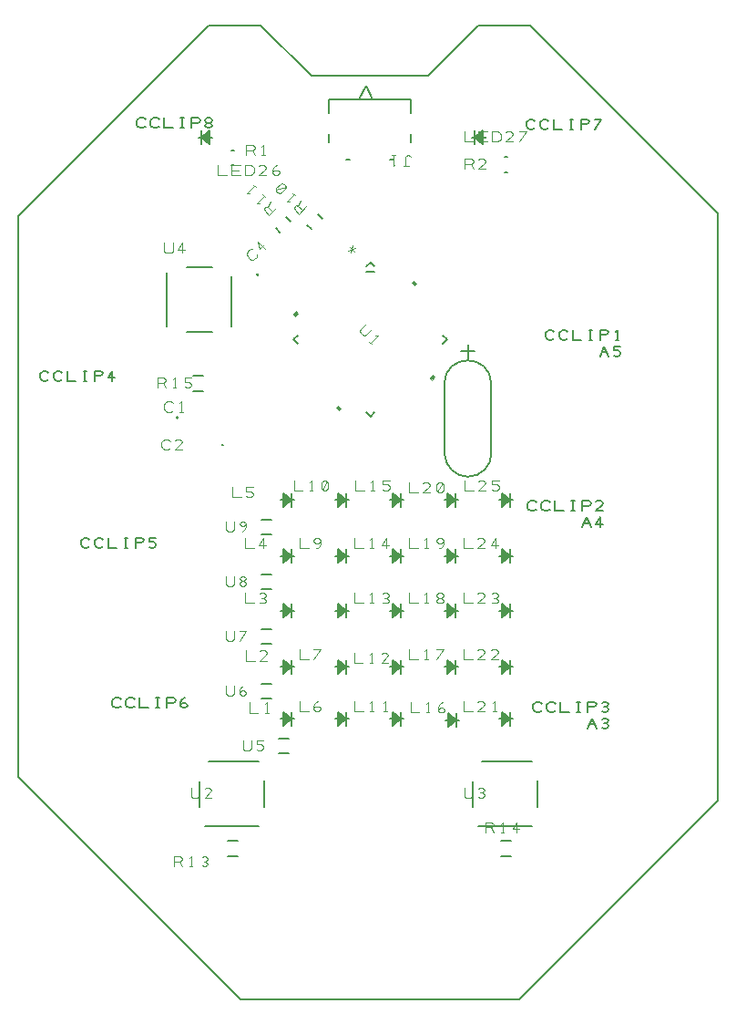
<source format=gbr>
%FSLAX23Y23*%
%MOIN*%
G04 EasyPC Gerber Version 17.0 Build 3379 *
%ADD116C,0.00100*%
%ADD118C,0.00300*%
%ADD70C,0.00500*%
%ADD117C,0.00600*%
X0Y0D02*
D02*
D70*
X114Y2268D02*
X111Y2265D01*
X104Y2262*
X95*
X89Y2265*
X86Y2268*
X83Y2274*
Y2287*
X86Y2293*
X89Y2296*
X95Y2299*
X104*
X111Y2296*
X114Y2293*
X164Y2268D02*
X161Y2265D01*
X154Y2262*
X145*
X139Y2265*
X136Y2268*
X133Y2274*
Y2287*
X136Y2293*
X139Y2296*
X145Y2299*
X154*
X161Y2296*
X164Y2293*
X183Y2299D02*
Y2262D01*
X214*
X242D02*
X254D01*
X248D02*
Y2299D01*
X242D02*
X254D01*
X282Y2262D02*
Y2299D01*
X304*
X311Y2296*
X314Y2290*
X311Y2284*
X304Y2281*
X282*
X348Y2262D02*
Y2299D01*
X333Y2274*
X358*
X264Y1658D02*
X261Y1655D01*
X254Y1652*
X245*
X239Y1655*
X236Y1658*
X233Y1664*
Y1677*
X236Y1683*
X239Y1686*
X245Y1689*
X254*
X261Y1686*
X264Y1683*
X314Y1658D02*
X311Y1655D01*
X304Y1652*
X295*
X289Y1655*
X286Y1658*
X282Y1664*
Y1677*
X286Y1683*
X289Y1686*
X295Y1689*
X304*
X311Y1686*
X314Y1683*
X333Y1689D02*
Y1652D01*
X364*
X392D02*
X404D01*
X398D02*
Y1689D01*
X392D02*
X404D01*
X433Y1652D02*
Y1689D01*
X454*
X461Y1686*
X464Y1680*
X461Y1674*
X454Y1671*
X433*
X483Y1655D02*
X489Y1652D01*
X498*
X504Y1655*
X507Y1661*
Y1664*
X504Y1671*
X498Y1674*
X483*
Y1689*
X507*
X469Y3193D02*
X466Y3190D01*
X459Y3187*
X450*
X444Y3190*
X441Y3193*
X438Y3199*
Y3212*
X441Y3218*
X444Y3221*
X450Y3224*
X459*
X466Y3221*
X469Y3218*
X519Y3193D02*
X516Y3190D01*
X509Y3187*
X500*
X494Y3190*
X491Y3193*
X488Y3199*
Y3212*
X491Y3218*
X494Y3221*
X500Y3224*
X509*
X516Y3221*
X519Y3218*
X538Y3224D02*
Y3187D01*
X569*
X597D02*
X609D01*
X603D02*
Y3224D01*
X597D02*
X609D01*
X638Y3187D02*
Y3224D01*
X659*
X666Y3221*
X669Y3215*
X666Y3209*
X659Y3206*
X638*
X697D02*
X703D01*
X709Y3209*
X713Y3215*
X709Y3221*
X703Y3224*
X697*
X691Y3221*
X688Y3215*
X691Y3209*
X697Y3206*
X691Y3203*
X688Y3196*
X691Y3190*
X697Y3187*
X703*
X709Y3190*
X713Y3196*
X709Y3203*
X703Y3206*
X379Y1073D02*
X376Y1070D01*
X369Y1067*
X360*
X354Y1070*
X351Y1073*
X348Y1079*
Y1092*
X351Y1098*
X354Y1101*
X360Y1104*
X369*
X376Y1101*
X379Y1098*
X429Y1073D02*
X426Y1070D01*
X419Y1067*
X410*
X404Y1070*
X401Y1073*
X398Y1079*
Y1092*
X401Y1098*
X404Y1101*
X410Y1104*
X419*
X426Y1101*
X429Y1098*
X448Y1104D02*
Y1067D01*
X479*
X507D02*
X519D01*
X513D02*
Y1104D01*
X507D02*
X519D01*
X548Y1067D02*
Y1104D01*
X569*
X576Y1101*
X579Y1095*
X576Y1089*
X569Y1086*
X548*
X598Y1076D02*
X601Y1083D01*
X607Y1086*
X613*
X619Y1083*
X623Y1076*
X619Y1070*
X613Y1067*
X607*
X601Y1070*
X598Y1076*
Y1086*
X601Y1095*
X607Y1101*
X613Y1104*
X815Y3D02*
X1836D01*
X2563Y729*
Y2875*
X1875Y3563*
X1688*
X1538Y3413*
Y3412*
X1503Y3378*
X1075*
X890Y3563*
X700*
X3Y2865*
Y815*
X815Y3*
X1894Y3188D02*
X1891Y3185D01*
X1884Y3182*
X1875*
X1869Y3185*
X1866Y3188*
X1863Y3194*
Y3207*
X1866Y3213*
X1869Y3216*
X1875Y3219*
X1884*
X1891Y3216*
X1894Y3213*
X1944Y3188D02*
X1941Y3185D01*
X1934Y3182*
X1925*
X1919Y3185*
X1916Y3188*
X1913Y3194*
Y3207*
X1916Y3213*
X1919Y3216*
X1925Y3219*
X1934*
X1941Y3216*
X1944Y3213*
X1963Y3219D02*
Y3182D01*
X1994*
X2022D02*
X2034D01*
X2028D02*
Y3219D01*
X2022D02*
X2034D01*
X2063Y3182D02*
Y3219D01*
X2084*
X2091Y3216*
X2094Y3210*
X2091Y3204*
X2084Y3201*
X2063*
X2113Y3182D02*
X2138Y3219D01*
X2113*
X1899Y1793D02*
X1896Y1790D01*
X1889Y1787*
X1880*
X1874Y1790*
X1871Y1793*
X1868Y1799*
Y1812*
X1871Y1818*
X1874Y1821*
X1880Y1824*
X1889*
X1896Y1821*
X1899Y1818*
X1949Y1793D02*
X1946Y1790D01*
X1939Y1787*
X1930*
X1924Y1790*
X1921Y1793*
X1918Y1799*
Y1812*
X1921Y1818*
X1924Y1821*
X1930Y1824*
X1939*
X1946Y1821*
X1949Y1818*
X1968Y1824D02*
Y1787D01*
X1999*
X2027D02*
X2039D01*
X2033D02*
Y1824D01*
X2027D02*
X2039D01*
X2067Y1787D02*
Y1824D01*
X2089*
X2096Y1821*
X2099Y1815*
X2096Y1809*
X2089Y1806*
X2067*
X2143Y1787D02*
X2118D01*
X2139Y1809*
X2143Y1815*
X2139Y1821*
X2133Y1824*
X2124*
X2118Y1821*
X2067Y1727D02*
X2083Y1764D01*
X2099Y1727*
X2074Y1743D02*
X2092D01*
X2133Y1727D02*
Y1764D01*
X2118Y1739*
X2143*
X1919Y1058D02*
X1916Y1055D01*
X1909Y1052*
X1900*
X1894Y1055*
X1891Y1058*
X1888Y1064*
Y1077*
X1891Y1083*
X1894Y1086*
X1900Y1089*
X1909*
X1916Y1086*
X1919Y1083*
X1969Y1058D02*
X1966Y1055D01*
X1959Y1052*
X1950*
X1944Y1055*
X1941Y1058*
X1938Y1064*
Y1077*
X1941Y1083*
X1944Y1086*
X1950Y1089*
X1959*
X1966Y1086*
X1969Y1083*
X1988Y1089D02*
Y1052D01*
X2019*
X2047D02*
X2059D01*
X2053D02*
Y1089D01*
X2047D02*
X2059D01*
X2088Y1052D02*
Y1089D01*
X2109*
X2116Y1086*
X2119Y1080*
X2116Y1074*
X2109Y1071*
X2088*
X2141Y1055D02*
X2147Y1052D01*
X2153*
X2159Y1055*
X2163Y1061*
X2159Y1067*
X2153Y1071*
X2147*
X2153D02*
X2159Y1074D01*
X2163Y1080*
X2159Y1086*
X2153Y1089*
X2147*
X2141Y1086*
X2088Y992D02*
X2103Y1029D01*
X2119Y992*
X2094Y1008D02*
X2113D01*
X2141Y995D02*
X2147Y992D01*
X2153*
X2159Y995*
X2163Y1001*
X2159Y1008*
X2153Y1011*
X2147*
X2153D02*
X2159Y1014D01*
X2163Y1020*
X2159Y1026*
X2153Y1029*
X2147*
X2141Y1026*
X1964Y2418D02*
X1961Y2415D01*
X1954Y2412*
X1945*
X1939Y2415*
X1936Y2418*
X1933Y2424*
Y2437*
X1936Y2443*
X1939Y2446*
X1945Y2449*
X1954*
X1961Y2446*
X1964Y2443*
X2014Y2418D02*
X2011Y2415D01*
X2004Y2412*
X1995*
X1989Y2415*
X1986Y2418*
X1983Y2424*
Y2437*
X1986Y2443*
X1989Y2446*
X1995Y2449*
X2004*
X2011Y2446*
X2014Y2443*
X2033Y2449D02*
Y2412D01*
X2064*
X2092D02*
X2104D01*
X2098D02*
Y2449D01*
X2092D02*
X2104D01*
X2133Y2412D02*
Y2449D01*
X2154*
X2161Y2446*
X2164Y2440*
X2161Y2434*
X2154Y2431*
X2133*
X2189Y2412D02*
X2201D01*
X2195D02*
Y2449D01*
X2189Y2443*
X2133Y2352D02*
X2148Y2389D01*
X2164Y2352*
X2139Y2368D02*
X2158D01*
X2183Y2355D02*
X2189Y2352D01*
X2198*
X2204Y2355*
X2208Y2361*
Y2364*
X2204Y2371*
X2198Y2374*
X2183*
Y2389*
X2208*
D02*
D116*
X1021Y2517D02*
X1011Y2506D01*
X1018Y2499*
X1028Y2509*
X1021Y2517*
G36*
X1011Y2506*
X1018Y2499*
X1028Y2509*
X1021Y2517*
G37*
X1174Y2173D02*
X1167Y2165D01*
X1177Y2155*
X1184Y2162*
X1174Y2173*
G36*
X1167Y2165*
X1177Y2155*
X1184Y2162*
X1174Y2173*
G37*
X1444Y2621D02*
X1451Y2628D01*
X1461Y2617*
X1454Y2610*
X1444Y2621*
G36*
X1451Y2628*
X1461Y2617*
X1454Y2610*
X1444Y2621*
G37*
X1528Y2277D02*
X1518Y2266D01*
X1511Y2273*
X1521Y2284*
X1528Y2277*
G36*
X1518Y2266*
X1511Y2273*
X1521Y2284*
X1528Y2277*
G37*
D02*
D117*
X548Y2658D02*
Y2463D01*
X588Y2128D02*
G75*
G03X582I-3D01*
G01*
G75*
G03X588I3*
G01*
X619Y2442D02*
X713D01*
X644Y2225D02*
X681D01*
X667Y799D02*
Y706D01*
X673Y3178D02*
Y3128D01*
X681Y2280D02*
X644D01*
X687Y636D02*
X882D01*
X703Y3133D02*
X673Y3153D01*
X703Y3138*
Y3143D02*
X673Y3153D01*
X703Y3148*
Y3168D02*
X673Y3153D01*
X703Y3163*
Y3173D02*
X673Y3153D01*
X703Y3178*
Y3128*
X673Y3153*
X703Y3158*
X712Y2679D02*
X619D01*
X713Y3153D02*
X663D01*
X747Y2028D02*
G75*
G03X753I3D01*
G01*
G75*
G03X747I-3*
G01*
X769Y525D02*
X806D01*
X782Y3050D02*
X793D01*
X784Y2463D02*
Y2646D01*
X793Y3105D02*
X782D01*
X806Y580D02*
X769D01*
X881Y2653D02*
G75*
G03X877Y2649I-2J-2D01*
G01*
G75*
G03X881Y2653I2J2*
G01*
X882Y872D02*
X699D01*
X894Y1100D02*
X931D01*
X894Y1300D02*
X931D01*
X894Y1500D02*
X931D01*
X894Y1700D02*
X931D01*
X903Y706D02*
Y801D01*
X931Y1155D02*
X894D01*
X931Y1355D02*
X894D01*
X931Y1555D02*
X894D01*
X931Y1755D02*
X894D01*
X945Y2821D02*
X960Y2806D01*
X956Y900D02*
X994D01*
X962Y1028D02*
X1012D01*
X962Y1218D02*
X1012D01*
X962Y1423D02*
X1012D01*
X962Y1623D02*
X1012D01*
X962Y1828D02*
X1012D01*
X972Y1008D02*
X1002Y1028D01*
X972Y1002*
Y1053*
X1002Y1028*
X972Y1023*
Y1013D02*
X1002Y1028D01*
X972Y1018*
Y1038D02*
X1002Y1028D01*
X972Y1033*
Y1048D02*
X1002Y1028D01*
X972Y1043*
Y1198D02*
X1002Y1218D01*
X972Y1192*
Y1242*
X1002Y1218*
X972Y1213*
Y1202D02*
X1002Y1218D01*
X972Y1208*
Y1228D02*
X1002Y1218D01*
X972Y1223*
Y1238D02*
X1002Y1218D01*
X972Y1233*
Y1403D02*
X1002Y1423D01*
X972Y1398*
Y1448*
X1002Y1423*
X972Y1418*
Y1408D02*
X1002Y1423D01*
X972Y1413*
Y1433D02*
X1002Y1423D01*
X972Y1428*
Y1443D02*
X1002Y1423D01*
X972Y1438*
Y1603D02*
X1002Y1623D01*
X972Y1598*
Y1648*
X1002Y1623*
X972Y1618*
Y1608D02*
X1002Y1623D01*
X972Y1613*
Y1633D02*
X1002Y1623D01*
X972Y1628*
Y1643D02*
X1002Y1623D01*
X972Y1638*
Y1808D02*
X1002Y1828D01*
X972Y1803*
Y1853*
X1002Y1828*
X972Y1823*
Y1813D02*
X1002Y1828D01*
X972Y1817*
Y1838D02*
X1002Y1828D01*
X972Y1833*
Y1847D02*
X1002Y1828D01*
X972Y1843*
X994Y955D02*
X956D01*
X999Y2845D02*
X984Y2860D01*
X1002Y1002D02*
Y1053D01*
Y1192D02*
Y1242D01*
Y1398D02*
Y1448D01*
Y1598D02*
Y1648D01*
Y1803D02*
Y1853D01*
X1025Y2398D02*
X1010Y2414D01*
X1025Y2429*
X1061Y2832D02*
X1076Y2817D01*
X1115Y2856D02*
X1100Y2871D01*
X1140Y3164D02*
Y3136D01*
X1162Y1028D02*
X1212D01*
X1162Y1218D02*
X1212D01*
X1162Y1423D02*
X1212D01*
X1162Y1623D02*
X1212D01*
X1162Y1828D02*
X1212D01*
X1172Y1008D02*
X1202Y1028D01*
X1172Y1002*
Y1053*
X1202Y1028*
X1172Y1023*
Y1013D02*
X1202Y1028D01*
X1172Y1018*
Y1038D02*
X1202Y1028D01*
X1172Y1033*
Y1048D02*
X1202Y1028D01*
X1172Y1043*
Y1198D02*
X1202Y1218D01*
X1172Y1192*
Y1242*
X1202Y1218*
X1172Y1213*
Y1202D02*
X1202Y1218D01*
X1172Y1208*
Y1228D02*
X1202Y1218D01*
X1172Y1223*
Y1238D02*
X1202Y1218D01*
X1172Y1233*
Y1403D02*
X1202Y1423D01*
X1172Y1398*
Y1448*
X1202Y1423*
X1172Y1418*
Y1408D02*
X1202Y1423D01*
X1172Y1413*
Y1433D02*
X1202Y1423D01*
X1172Y1428*
Y1443D02*
X1202Y1423D01*
X1172Y1438*
Y1603D02*
X1202Y1623D01*
X1172Y1598*
Y1648*
X1202Y1623*
X1172Y1618*
Y1608D02*
X1202Y1623D01*
X1172Y1613*
Y1633D02*
X1202Y1623D01*
X1172Y1628*
Y1643D02*
X1202Y1623D01*
X1172Y1638*
Y1808D02*
X1202Y1828D01*
X1172Y1803*
Y1853*
X1202Y1828*
X1172Y1823*
Y1813D02*
X1202Y1828D01*
X1172Y1817*
Y1838D02*
X1202Y1828D01*
X1172Y1833*
Y1847D02*
X1202Y1828D01*
X1172Y1843*
X1202Y1002D02*
Y1053D01*
Y1192D02*
Y1242D01*
Y1398D02*
Y1448D01*
Y1598D02*
Y1648D01*
Y1803D02*
Y1853D01*
X1204Y3071D02*
X1216D01*
X1276Y2660D02*
X1307D01*
X1277Y2147D02*
X1292Y2132D01*
X1307Y2147*
X1301Y3291D02*
X1276Y3341D01*
X1251Y3291*
X1307Y2680D02*
X1292Y2695D01*
X1277Y2680*
X1362Y1028D02*
X1412D01*
X1362Y1218D02*
X1412D01*
X1362Y1423D02*
X1412D01*
X1362Y1623D02*
X1412D01*
X1362Y1828D02*
X1412D01*
X1362Y3071D02*
X1375D01*
X1372Y1008D02*
X1402Y1028D01*
X1372Y1002*
Y1053*
X1402Y1028*
X1372Y1023*
Y1013D02*
X1402Y1028D01*
X1372Y1018*
Y1038D02*
X1402Y1028D01*
X1372Y1033*
Y1048D02*
X1402Y1028D01*
X1372Y1043*
Y1198D02*
X1402Y1218D01*
X1372Y1192*
Y1242*
X1402Y1218*
X1372Y1213*
Y1202D02*
X1402Y1218D01*
X1372Y1208*
Y1228D02*
X1402Y1218D01*
X1372Y1223*
Y1238D02*
X1402Y1218D01*
X1372Y1233*
Y1403D02*
X1402Y1423D01*
X1372Y1398*
Y1448*
X1402Y1423*
X1372Y1418*
Y1408D02*
X1402Y1423D01*
X1372Y1413*
Y1433D02*
X1402Y1423D01*
X1372Y1428*
Y1443D02*
X1402Y1423D01*
X1372Y1438*
Y1603D02*
X1402Y1623D01*
X1372Y1598*
Y1648*
X1402Y1623*
X1372Y1618*
Y1608D02*
X1402Y1623D01*
X1372Y1613*
Y1633D02*
X1402Y1623D01*
X1372Y1628*
Y1643D02*
X1402Y1623D01*
X1372Y1638*
Y1808D02*
X1402Y1828D01*
X1372Y1803*
Y1853*
X1402Y1828*
X1372Y1823*
Y1813D02*
X1402Y1828D01*
X1372Y1817*
Y1838D02*
X1402Y1828D01*
X1372Y1833*
Y1847D02*
X1402Y1828D01*
X1372Y1843*
X1402Y1002D02*
Y1053D01*
Y1192D02*
Y1242D01*
Y1398D02*
Y1448D01*
Y1598D02*
Y1648D01*
Y1803D02*
Y1853D01*
X1439Y3136D02*
Y3164D01*
Y3243D02*
Y3291D01*
X1140*
Y3243*
X1558Y2398D02*
X1573Y2414D01*
X1558Y2429*
X1562Y1218D02*
X1612D01*
X1562Y1423D02*
X1612D01*
X1562Y1623D02*
X1612D01*
X1562Y1828D02*
X1612D01*
X1563Y2251D02*
Y1998D01*
G75*
G03X1649Y1912I86*
G01*
G75*
G03X1734Y1998J86*
G01*
Y2251*
G75*
G03X1563I-86*
G01*
X1567Y1023D02*
X1617D01*
X1572Y1198D02*
X1602Y1218D01*
X1572Y1192*
Y1242*
X1602Y1218*
X1572Y1213*
Y1202D02*
X1602Y1218D01*
X1572Y1208*
Y1228D02*
X1602Y1218D01*
X1572Y1223*
Y1238D02*
X1602Y1218D01*
X1572Y1233*
Y1403D02*
X1602Y1423D01*
X1572Y1398*
Y1448*
X1602Y1423*
X1572Y1418*
Y1408D02*
X1602Y1423D01*
X1572Y1413*
Y1433D02*
X1602Y1423D01*
X1572Y1428*
Y1443D02*
X1602Y1423D01*
X1572Y1438*
Y1603D02*
X1602Y1623D01*
X1572Y1598*
Y1648*
X1602Y1623*
X1572Y1618*
Y1608D02*
X1602Y1623D01*
X1572Y1613*
Y1633D02*
X1602Y1623D01*
X1572Y1628*
Y1643D02*
X1602Y1623D01*
X1572Y1638*
Y1808D02*
X1602Y1828D01*
X1572Y1803*
Y1853*
X1602Y1828*
X1572Y1823*
Y1813D02*
X1602Y1828D01*
X1572Y1817*
Y1838D02*
X1602Y1828D01*
X1572Y1833*
Y1847D02*
X1602Y1828D01*
X1572Y1843*
X1577Y1002D02*
X1607Y1023D01*
X1577Y998*
Y1048*
X1607Y1023*
X1577Y1018*
Y1008D02*
X1607Y1023D01*
X1577Y1013*
Y1033D02*
X1607Y1023D01*
X1577Y1028*
Y1043D02*
X1607Y1023D01*
X1577Y1038*
X1602Y1192D02*
Y1242D01*
Y1398D02*
Y1448D01*
Y1598D02*
Y1648D01*
Y1803D02*
Y1853D01*
X1607Y998D02*
Y1048D01*
X1649Y2396D02*
Y2346D01*
X1666Y799D02*
Y706D01*
X1673Y3178D02*
Y3128D01*
X1674Y2371D02*
X1624D01*
X1687Y636D02*
X1882D01*
X1703Y3133D02*
X1673Y3153D01*
X1703Y3138*
Y3143D02*
X1673Y3153D01*
X1703Y3148*
Y3168D02*
X1673Y3153D01*
X1703Y3163*
Y3173D02*
X1673Y3153D01*
X1703Y3178*
Y3128*
X1673Y3153*
X1703Y3158*
X1713Y3153D02*
X1663D01*
X1762Y1028D02*
X1812D01*
X1762Y1218D02*
X1812D01*
X1762Y1423D02*
X1812D01*
X1762Y1623D02*
X1812D01*
X1762Y1828D02*
X1812D01*
X1769Y525D02*
X1806D01*
X1772Y1008D02*
X1802Y1028D01*
X1772Y1002*
Y1053*
X1802Y1028*
X1772Y1023*
Y1013D02*
X1802Y1028D01*
X1772Y1018*
Y1038D02*
X1802Y1028D01*
X1772Y1033*
Y1048D02*
X1802Y1028D01*
X1772Y1043*
Y1198D02*
X1802Y1218D01*
X1772Y1192*
Y1242*
X1802Y1218*
X1772Y1213*
Y1202D02*
X1802Y1218D01*
X1772Y1208*
Y1228D02*
X1802Y1218D01*
X1772Y1223*
Y1238D02*
X1802Y1218D01*
X1772Y1233*
Y1403D02*
X1802Y1423D01*
X1772Y1398*
Y1448*
X1802Y1423*
X1772Y1418*
Y1408D02*
X1802Y1423D01*
X1772Y1413*
Y1433D02*
X1802Y1423D01*
X1772Y1428*
Y1443D02*
X1802Y1423D01*
X1772Y1438*
Y1603D02*
X1802Y1623D01*
X1772Y1598*
Y1648*
X1802Y1623*
X1772Y1618*
Y1608D02*
X1802Y1623D01*
X1772Y1613*
Y1633D02*
X1802Y1623D01*
X1772Y1628*
Y1643D02*
X1802Y1623D01*
X1772Y1638*
Y1808D02*
X1802Y1828D01*
X1772Y1803*
Y1853*
X1802Y1828*
X1772Y1823*
Y1813D02*
X1802Y1828D01*
X1772Y1817*
Y1838D02*
X1802Y1828D01*
X1772Y1833*
Y1847D02*
X1802Y1828D01*
X1772Y1843*
X1782Y3025D02*
X1793D01*
Y3080D02*
X1782D01*
X1802Y1002D02*
Y1053D01*
Y1192D02*
Y1242D01*
Y1398D02*
Y1448D01*
Y1598D02*
Y1648D01*
Y1803D02*
Y1853D01*
X1806Y580D02*
X1769D01*
X1882Y872D02*
X1699D01*
X1903Y706D02*
Y801D01*
D02*
D118*
X513Y2237D02*
Y2274D01*
X534*
X541Y2271*
X544Y2265*
X541Y2259*
X534Y2256*
X513*
X534D02*
X544Y2237D01*
X569D02*
X581D01*
X575D02*
Y2274D01*
X569Y2268*
X613Y2240D02*
X619Y2237D01*
X628*
X634Y2240*
X638Y2246*
Y2249*
X634Y2256*
X628Y2259*
X613*
Y2274*
X638*
X559Y2018D02*
X556Y2015D01*
X549Y2012*
X540*
X534Y2015*
X531Y2018*
X527Y2024*
Y2037*
X531Y2043*
X534Y2046*
X540Y2049*
X549*
X556Y2046*
X559Y2043*
X603Y2012D02*
X578D01*
X599Y2034*
X603Y2040*
X599Y2046*
X593Y2049*
X584*
X578Y2046*
X569Y2156D02*
X566Y2153D01*
X559Y2149*
X550*
X544Y2153*
X541Y2156*
X538Y2162*
Y2174*
X541Y2181*
X544Y2184*
X550Y2187*
X559*
X566Y2184*
X569Y2181*
X594Y2149D02*
X606D01*
X600D02*
Y2187D01*
X594Y2181*
X538Y2768D02*
Y2739D01*
X541Y2733*
X547Y2730*
X560*
X566Y2733*
X569Y2739*
Y2768*
X604Y2730D02*
Y2768D01*
X588Y2743*
X613*
X573Y487D02*
Y524D01*
X594*
X601Y521*
X604Y515*
X601Y509*
X594Y506*
X573*
X594D02*
X604Y487D01*
X629D02*
X641D01*
X635D02*
Y524D01*
X629Y518*
X676Y490D02*
X682Y487D01*
X688*
X694Y490*
X698Y496*
X694Y502*
X688Y506*
X682*
X688D02*
X694Y509D01*
X698Y515*
X694Y521*
X688Y524*
X682*
X676Y521*
X635Y775D02*
Y747D01*
X638Y741*
X644Y738*
X656*
X663Y741*
X666Y747*
Y775*
X710Y738D02*
X685D01*
X706Y760*
X710Y766*
X706Y772*
X700Y775*
X691*
X685Y772*
X734Y3052D02*
Y3015D01*
X765*
X784D02*
Y3052D01*
X815*
X809Y3033D02*
X784D01*
Y3015D02*
X815D01*
X834D02*
Y3052D01*
X853*
X859Y3049*
X862Y3046*
X865Y3040*
Y3027*
X862Y3021*
X859Y3018*
X853Y3015*
X834*
X909D02*
X884D01*
X906Y3036*
X909Y3043*
X906Y3049*
X899Y3052*
X890*
X884Y3049*
X934Y3024D02*
X937Y3030D01*
X943Y3033*
X949*
X956Y3030*
X959Y3024*
X956Y3018*
X949Y3015*
X943*
X937Y3018*
X934Y3024*
Y3033*
X937Y3043*
X943Y3049*
X949Y3052*
X763Y1149D02*
Y1121D01*
X766Y1115*
X772Y1112*
X784*
X791Y1115*
X794Y1121*
Y1149*
X813Y1121D02*
X816Y1127D01*
X822Y1131*
X828*
X834Y1127*
X838Y1121*
X834Y1115*
X828Y1112*
X822*
X816Y1115*
X813Y1121*
Y1131*
X816Y1140*
X822Y1146*
X828Y1149*
X763Y1349D02*
Y1321D01*
X766Y1315*
X772Y1312*
X784*
X791Y1315*
X794Y1321*
Y1349*
X813Y1312D02*
X838Y1349D01*
X813*
X763Y1549D02*
Y1521D01*
X766Y1515*
X772Y1512*
X784*
X791Y1515*
X794Y1521*
Y1549*
X822Y1531D02*
X828D01*
X834Y1534*
X838Y1540*
X834Y1546*
X828Y1549*
X822*
X816Y1546*
X813Y1540*
X816Y1534*
X822Y1531*
X816Y1528*
X813Y1521*
X816Y1515*
X822Y1512*
X828*
X834Y1515*
X838Y1521*
X834Y1528*
X828Y1531*
X763Y1749D02*
Y1721D01*
X766Y1715*
X772Y1712*
X784*
X791Y1715*
X794Y1721*
Y1749*
X822Y1712D02*
X828Y1715D01*
X834Y1721*
X838Y1731*
Y1740*
X834Y1746*
X828Y1749*
X822*
X816Y1746*
X813Y1740*
X816Y1734*
X822Y1731*
X828*
X834Y1734*
X838Y1740*
X788Y1874D02*
Y1837D01*
X819*
X838Y1840D02*
X844Y1837D01*
X853*
X859Y1840*
X863Y1846*
Y1849*
X859Y1856*
X853Y1859*
X838*
Y1874*
X863*
X825Y949D02*
Y921D01*
X828Y915*
X834Y912*
X847*
X853Y915*
X856Y921*
Y949*
X875Y915D02*
X881Y912D01*
X891*
X897Y915*
X900Y921*
Y924*
X897Y931*
X891Y934*
X875*
Y949*
X900*
X834Y1487D02*
Y1450D01*
X866*
X888Y1453D02*
X894Y1450D01*
X900*
X906Y1453*
X909Y1459*
X906Y1465*
X900Y1468*
X894*
X900D02*
X906Y1471D01*
X909Y1478*
X906Y1484*
X900Y1487*
X894*
X888Y1484*
X834Y1687D02*
Y1650D01*
X866*
X900D02*
Y1687D01*
X884Y1662*
X909*
X838Y1277D02*
Y1239D01*
X869*
X913D02*
X888D01*
X909Y1261*
X913Y1268*
X909Y1274*
X903Y1277*
X894*
X888Y1274*
X838Y3087D02*
Y3124D01*
X859*
X866Y3121*
X869Y3115*
X866Y3109*
X859Y3106*
X838*
X859D02*
X869Y3087D01*
X894D02*
X906D01*
X900D02*
Y3124D01*
X894Y3118*
X850Y1087D02*
Y1049D01*
X881*
X906D02*
X919D01*
X913D02*
Y1087D01*
X906Y1081*
X877Y2726D02*
Y2722D01*
X875Y2715*
X868Y2709*
X862Y2706*
X857*
X851Y2709*
X842Y2717*
X840Y2724*
Y2729*
X842Y2735*
X848Y2742*
X855Y2744*
X860*
X906Y2746D02*
X879Y2773D01*
X886Y2744*
X904Y2762*
X947Y2895D02*
X920Y2868D01*
X905Y2884*
X903Y2891*
X905Y2897*
X912Y2899*
X918Y2897*
X934Y2882*
X918Y2897D02*
X925Y2917D01*
X907Y2935D02*
X898Y2944D01*
X903Y2939D02*
X876Y2913D01*
X885*
X872Y2970D02*
X863Y2979D01*
X867Y2975D02*
X841Y2948D01*
X850*
X1013Y1899D02*
Y1862D01*
X1044*
X1069D02*
X1081D01*
X1075D02*
Y1899D01*
X1069Y1893*
X1116Y1865D02*
X1122Y1862D01*
X1128*
X1134Y1865*
X1138Y1871*
Y1890*
X1134Y1896*
X1128Y1899*
X1122*
X1116Y1896*
X1113Y1890*
Y1871*
X1116Y1865*
X1134Y1896*
X1034Y1092D02*
Y1055D01*
X1066*
X1084Y1064D02*
X1088Y1070D01*
X1094Y1073*
X1100*
X1106Y1070*
X1109Y1064*
X1106Y1058*
X1100Y1055*
X1094*
X1088Y1058*
X1084Y1064*
Y1073*
X1088Y1083*
X1094Y1089*
X1100Y1092*
X1034Y1282D02*
Y1245D01*
X1066*
X1084D02*
X1109Y1282D01*
X1084*
X1034Y1687D02*
Y1650D01*
X1066*
X1094D02*
X1100Y1653D01*
X1106Y1659*
X1109Y1668*
Y1678*
X1106Y1684*
X1100Y1687*
X1094*
X1088Y1684*
X1084Y1678*
X1088Y1671*
X1094Y1668*
X1100*
X1106Y1671*
X1109Y1678*
X1057Y2900D02*
X1030Y2873D01*
X1015Y2889*
X1013Y2896*
X1015Y2902*
X1021Y2904*
X1028Y2902*
X1043Y2887*
X1028Y2902D02*
X1035Y2922D01*
X1017Y2940D02*
X1008Y2949D01*
X1013Y2944D02*
X986Y2918D01*
X995*
X982Y2971D02*
X979Y2977D01*
X975Y2982*
X968Y2984*
X962Y2982*
X948Y2968*
X946Y2962*
X948Y2955*
X953Y2951*
X959Y2949*
X966Y2951*
X979Y2964*
X982Y2971*
X946Y2962*
X1215Y2752D02*
X1232Y2735D01*
X1210Y2739D02*
X1237Y2748D01*
X1228Y2757D02*
X1219Y2730D01*
X1233Y1269D02*
Y1232D01*
X1264*
X1289D02*
X1301D01*
X1295D02*
Y1269D01*
X1289Y1263*
X1358Y1232D02*
X1333D01*
X1354Y1254*
X1358Y1260*
X1354Y1266*
X1348Y1269*
X1339*
X1333Y1266*
X1234Y1092D02*
Y1055D01*
X1266*
X1291D02*
X1303D01*
X1297D02*
Y1092D01*
X1291Y1086*
X1341Y1055D02*
X1353D01*
X1347D02*
Y1092D01*
X1341Y1086*
X1234Y1487D02*
Y1450D01*
X1266*
X1291D02*
X1303D01*
X1297D02*
Y1487D01*
X1291Y1481*
X1338Y1453D02*
X1344Y1450D01*
X1350*
X1356Y1453*
X1359Y1459*
X1356Y1465*
X1350Y1468*
X1344*
X1350D02*
X1356Y1471D01*
X1359Y1478*
X1356Y1484*
X1350Y1487*
X1344*
X1338Y1484*
X1234Y1687D02*
Y1650D01*
X1266*
X1291D02*
X1303D01*
X1297D02*
Y1687D01*
X1291Y1681*
X1350Y1650D02*
Y1687D01*
X1334Y1662*
X1359*
X1238Y1899D02*
Y1862D01*
X1269*
X1294D02*
X1306D01*
X1300D02*
Y1899D01*
X1294Y1893*
X1338Y1865D02*
X1344Y1862D01*
X1353*
X1359Y1865*
X1363Y1871*
Y1874*
X1359Y1881*
X1353Y1884*
X1338*
Y1899*
X1363*
X1275Y2472D02*
X1255Y2452D01*
X1253Y2445*
X1255Y2439*
X1264Y2430*
X1270Y2428*
X1277Y2430*
X1297Y2450*
X1288Y2405D02*
X1297Y2397D01*
X1293Y2401D02*
X1319Y2428D01*
X1310*
X1434Y1282D02*
Y1245D01*
X1466*
X1491D02*
X1503D01*
X1497D02*
Y1282D01*
X1491Y1276*
X1534Y1245D02*
X1559Y1282D01*
X1534*
X1434Y1487D02*
Y1450D01*
X1466*
X1491D02*
X1503D01*
X1497D02*
Y1487D01*
X1491Y1481*
X1544Y1468D02*
X1550D01*
X1556Y1471*
X1559Y1478*
X1556Y1484*
X1550Y1487*
X1544*
X1538Y1484*
X1534Y1478*
X1538Y1471*
X1544Y1468*
X1538Y1465*
X1534Y1459*
X1538Y1453*
X1544Y1450*
X1550*
X1556Y1453*
X1559Y1459*
X1556Y1465*
X1550Y1468*
X1434Y1687D02*
Y1650D01*
X1466*
X1491D02*
X1503D01*
X1497D02*
Y1687D01*
X1491Y1681*
X1544Y1650D02*
X1550Y1653D01*
X1556Y1659*
X1559Y1668*
Y1678*
X1556Y1684*
X1550Y1687*
X1544*
X1538Y1684*
X1534Y1678*
X1538Y1671*
X1544Y1668*
X1550*
X1556Y1671*
X1559Y1678*
X1434Y1892D02*
Y1855D01*
X1466*
X1509D02*
X1484D01*
X1506Y1876*
X1509Y1883*
X1506Y1889*
X1500Y1892*
X1491*
X1484Y1889*
X1538Y1858D02*
X1544Y1855D01*
X1550*
X1556Y1858*
X1559Y1864*
Y1883*
X1556Y1889*
X1550Y1892*
X1544*
X1538Y1889*
X1534Y1883*
Y1864*
X1538Y1858*
X1556Y1889*
X1439Y3081D02*
X1436Y3084D01*
X1430Y3087*
X1424Y3084*
X1420Y3081*
Y3049*
X1414*
X1420D02*
X1433D01*
X1383Y3087D02*
X1370D01*
X1377D02*
Y3049D01*
X1383Y3056*
X1439Y1087D02*
Y1050D01*
X1471*
X1496D02*
X1508D01*
X1502D02*
Y1087D01*
X1496Y1081*
X1539Y1059D02*
X1543Y1065D01*
X1549Y1068*
X1555*
X1561Y1065*
X1564Y1059*
X1561Y1053*
X1555Y1050*
X1549*
X1543Y1053*
X1539Y1059*
Y1068*
X1543Y1078*
X1549Y1084*
X1555Y1087*
X1634Y1092D02*
Y1055D01*
X1666*
X1709D02*
X1684D01*
X1706Y1076*
X1709Y1083*
X1706Y1089*
X1700Y1092*
X1691*
X1684Y1089*
X1741Y1055D02*
X1753D01*
X1747D02*
Y1092D01*
X1741Y1086*
X1634Y1282D02*
Y1245D01*
X1666*
X1709D02*
X1684D01*
X1706Y1266*
X1709Y1273*
X1706Y1279*
X1700Y1282*
X1691*
X1684Y1279*
X1759Y1245D02*
X1734D01*
X1756Y1266*
X1759Y1273*
X1756Y1279*
X1750Y1282*
X1741*
X1734Y1279*
X1634Y1487D02*
Y1450D01*
X1666*
X1709D02*
X1684D01*
X1706Y1471*
X1709Y1478*
X1706Y1484*
X1700Y1487*
X1691*
X1684Y1484*
X1738Y1453D02*
X1744Y1450D01*
X1750*
X1756Y1453*
X1759Y1459*
X1756Y1465*
X1750Y1468*
X1744*
X1750D02*
X1756Y1471D01*
X1759Y1478*
X1756Y1484*
X1750Y1487*
X1744*
X1738Y1484*
X1634Y1687D02*
Y1650D01*
X1666*
X1709D02*
X1684D01*
X1706Y1671*
X1709Y1678*
X1706Y1684*
X1700Y1687*
X1691*
X1684Y1684*
X1750Y1650D02*
Y1687D01*
X1734Y1662*
X1759*
X1635Y775D02*
Y747D01*
X1638Y741*
X1644Y738*
X1656*
X1663Y741*
X1666Y747*
Y775*
X1688Y741D02*
X1694Y738D01*
X1700*
X1706Y741*
X1710Y747*
X1706Y754*
X1700Y757*
X1694*
X1700D02*
X1706Y760D01*
X1710Y766*
X1706Y772*
X1700Y775*
X1694*
X1688Y772*
X1638Y1899D02*
Y1862D01*
X1669*
X1713D02*
X1688D01*
X1709Y1884*
X1713Y1890*
X1709Y1896*
X1703Y1899*
X1694*
X1688Y1896*
X1738Y1865D02*
X1744Y1862D01*
X1753*
X1759Y1865*
X1763Y1871*
Y1874*
X1759Y1881*
X1753Y1884*
X1738*
Y1899*
X1763*
X1638Y3037D02*
Y3074D01*
X1659*
X1666Y3071*
X1669Y3065*
X1666Y3059*
X1659Y3056*
X1638*
X1659D02*
X1669Y3037D01*
X1713D02*
X1688D01*
X1709Y3059*
X1713Y3065*
X1709Y3071*
X1703Y3074*
X1694*
X1688Y3071*
X1638Y3174D02*
Y3137D01*
X1669*
X1688D02*
Y3174D01*
X1719*
X1713Y3156D02*
X1688D01*
Y3137D02*
X1719D01*
X1738D02*
Y3174D01*
X1756*
X1763Y3171*
X1766Y3168*
X1769Y3162*
Y3149*
X1766Y3143*
X1763Y3140*
X1756Y3137*
X1738*
X1813D02*
X1788D01*
X1809Y3159*
X1813Y3165*
X1809Y3171*
X1803Y3174*
X1794*
X1788Y3171*
X1838Y3137D02*
X1863Y3174D01*
X1838*
X1713Y612D02*
Y649D01*
X1734*
X1741Y646*
X1744Y640*
X1741Y634*
X1734Y631*
X1713*
X1734D02*
X1744Y612D01*
X1769D02*
X1781D01*
X1775D02*
Y649D01*
X1769Y643*
X1828Y612D02*
Y649D01*
X1813Y624*
X1838*
X0Y0D02*
M02*

</source>
